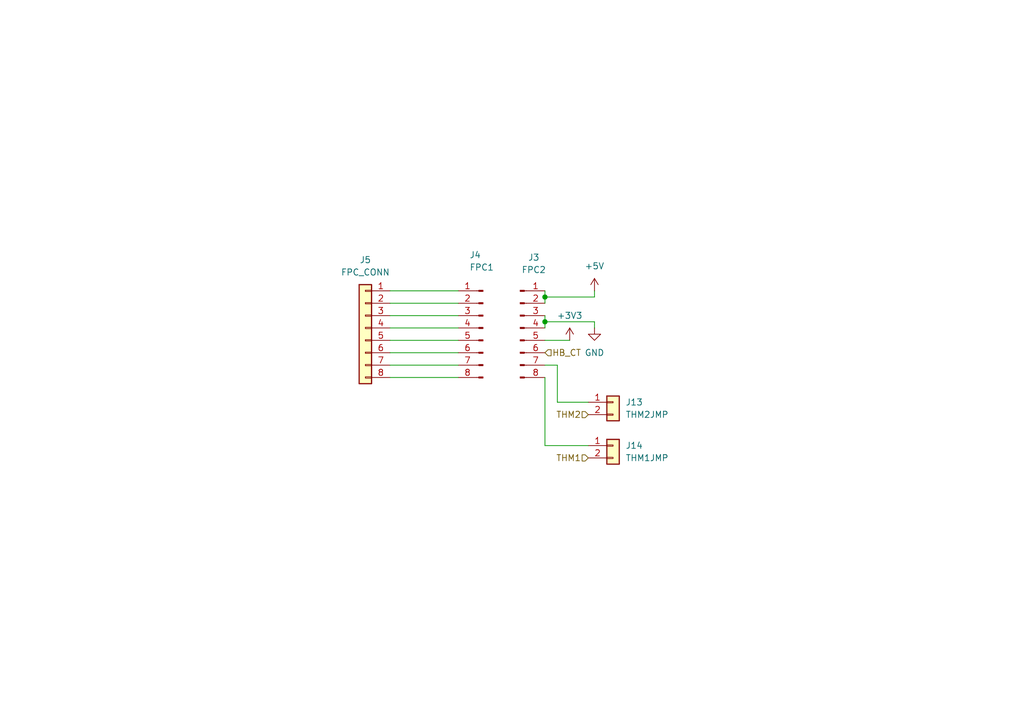
<source format=kicad_sch>
(kicad_sch (version 20250114) (generator "eeschema") (generator_version "9.0")
  (paper "A5")
  (lib_symbols
    (symbol "Connector:Conn_01x08_Pin" (pin_names (offset 1.016) (hide yes))
      (property "Reference" "J" (at 0 10.16 0))
      (property "Value" "Conn_01x08_Pin" (at 0 -12.7 0))
      (symbol "Conn_01x08_Pin_1_1"
        (rectangle (start 0.8636 7.747) (end 0 7.493) (stroke (width 0.1524)) (fill (type outline)))
        (rectangle (start 0.8636 5.207) (end 0 4.953) (stroke (width 0.1524)) (fill (type outline)))
        (rectangle (start 0.8636 2.667) (end 0 2.413) (stroke (width 0.1524)) (fill (type outline)))
        (rectangle (start 0.8636 0.127) (end 0 -0.127) (stroke (width 0.1524)) (fill (type outline)))
        (rectangle (start 0.8636 -2.413) (end 0 -2.667) (stroke (width 0.1524)) (fill (type outline)))
        (rectangle (start 0.8636 -4.953) (end 0 -5.207) (stroke (width 0.1524)) (fill (type outline)))
        (rectangle (start 0.8636 -7.493) (end 0 -7.747) (stroke (width 0.1524)) (fill (type outline)))
        (rectangle (start 0.8636 -10.033) (end 0 -10.287) (stroke (width 0.1524)) (fill (type outline)))
        (polyline (pts (xy 1.27 7.62) (xy 0.8636 7.62)) (stroke (width 0.1524)))
        (polyline (pts (xy 1.27 5.08) (xy 0.8636 5.08)) (stroke (width 0.1524)))
        (polyline (pts (xy 1.27 2.54) (xy 0.8636 2.54)) (stroke (width 0.1524)))
        (polyline (pts (xy 1.27 0) (xy 0.8636 0)) (stroke (width 0.1524)))
        (polyline (pts (xy 1.27 -2.54) (xy 0.8636 -2.54)) (stroke (width 0.1524)))
        (polyline (pts (xy 1.27 -5.08) (xy 0.8636 -5.08)) (stroke (width 0.1524)))
        (polyline (pts (xy 1.27 -7.62) (xy 0.8636 -7.62)) (stroke (width 0.1524)))
        (polyline (pts (xy 1.27 -10.16) (xy 0.8636 -10.16)) (stroke (width 0.1524)))
        (pin passive line (at 5.08 7.62 180) (length 3.81) (name "Pin_1") (number "1"))
        (pin passive line (at 5.08 5.08 180) (length 3.81) (name "Pin_2") (number "2"))
        (pin passive line (at 5.08 2.54 180) (length 3.81) (name "Pin_3") (number "3"))
        (pin passive line (at 5.08 0 180) (length 3.81) (name "Pin_4") (number "4"))
        (pin passive line (at 5.08 -2.54 180) (length 3.81) (name "Pin_5") (number "5"))
        (pin passive line (at 5.08 -5.08 180) (length 3.81) (name "Pin_6") (number "6"))
        (pin passive line (at 5.08 -7.62 180) (length 3.81) (name "Pin_7") (number "7"))
        (pin passive line (at 5.08 -10.16 180) (length 3.81) (name "Pin_8") (number "8"))
      )
    )
    (symbol "Connector_Generic:Conn_01x02" (pin_names (offset 1.016) (hide yes))
      (property "Reference" "J" (at 0 2.54 0))
      (property "Value" "Conn_01x02" (at 0 -5.08 0))
      (symbol "Conn_01x02_1_1"
        (rectangle (start -1.27 1.27) (end 1.27 -3.81) (stroke (width 0.254)) (fill (type background)))
        (rectangle (start -1.27 0.127) (end 0 -0.127) (stroke (width 0.1524)))
        (rectangle (start -1.27 -2.413) (end 0 -2.667) (stroke (width 0.1524)))
        (pin passive line (at -5.08 0 0) (length 3.81) (name "Pin_1") (number "1"))
        (pin passive line (at -5.08 -2.54 0) (length 3.81) (name "Pin_2") (number "2"))
      )
    )
    (symbol "Connector_Generic:Conn_01x08" (pin_names (offset 1.016) (hide yes))
      (property "Reference" "J" (at 0 10.16 0))
      (property "Value" "Conn_01x08" (at 0 -12.7 0))
      (symbol "Conn_01x08_1_1"
        (rectangle (start -1.27 8.89) (end 1.27 -11.43) (stroke (width 0.254)) (fill (type background)))
        (rectangle (start -1.27 7.747) (end 0 7.493) (stroke (width 0.1524)))
        (rectangle (start -1.27 5.207) (end 0 4.953) (stroke (width 0.1524)))
        (rectangle (start -1.27 2.667) (end 0 2.413) (stroke (width 0.1524)))
        (rectangle (start -1.27 0.127) (end 0 -0.127) (stroke (width 0.1524)))
        (rectangle (start -1.27 -2.413) (end 0 -2.667) (stroke (width 0.1524)))
        (rectangle (start -1.27 -4.953) (end 0 -5.207) (stroke (width 0.1524)))
        (rectangle (start -1.27 -7.493) (end 0 -7.747) (stroke (width 0.1524)))
        (rectangle (start -1.27 -10.033) (end 0 -10.287) (stroke (width 0.1524)))
        (pin passive line (at -5.08 7.62 0) (length 3.81) (name "Pin_1") (number "1"))
        (pin passive line (at -5.08 5.08 0) (length 3.81) (name "Pin_2") (number "2"))
        (pin passive line (at -5.08 2.54 0) (length 3.81) (name "Pin_3") (number "3"))
        (pin passive line (at -5.08 0 0) (length 3.81) (name "Pin_4") (number "4"))
        (pin passive line (at -5.08 -2.54 0) (length 3.81) (name "Pin_5") (number "5"))
        (pin passive line (at -5.08 -5.08 0) (length 3.81) (name "Pin_6") (number "6"))
        (pin passive line (at -5.08 -7.62 0) (length 3.81) (name "Pin_7") (number "7"))
        (pin passive line (at -5.08 -10.16 0) (length 3.81) (name "Pin_8") (number "8"))
      )
    )
    (symbol "power:+3V3" (power) (pin_numbers (hide yes)) (pin_names (offset 0) (hide yes))
      (property "Value" "+3V3" (at 0 3.556 0))
      (symbol "+3V3_0_1"
        (polyline (pts (xy -0.762 1.27) (xy 0 2.54)))
        (polyline (pts (xy 0 2.54) (xy 0.762 1.27)))
        (polyline (pts (xy 0 0) (xy 0 2.54)))
      )
      (symbol "+3V3_1_1"
        (pin power_in line (at 0 0 90) (length 0) (name "~") (number "1"))
      )
    )
    (symbol "power:+5V" (power) (pin_numbers (hide yes)) (pin_names (offset 0) (hide yes))
      (property "Value" "+5V" (at 0 3.556 0))
      (symbol "+5V_0_1"
        (polyline (pts (xy -0.762 1.27) (xy 0 2.54)))
        (polyline (pts (xy 0 2.54) (xy 0.762 1.27)))
        (polyline (pts (xy 0 0) (xy 0 2.54)))
      )
      (symbol "+5V_1_1"
        (pin power_in line (at 0 0 90) (length 0) (name "~") (number "1"))
      )
    )
    (symbol "power:GND" (power) (pin_numbers (hide yes)) (pin_names (offset 0) (hide yes))
      (property "Value" "GND" (at 0 -3.81 0))
      (symbol "GND_0_1"
        (polyline (pts (xy 0 0) (xy 0 -1.27) (xy 1.27 -1.27) (xy 0 -2.54) (xy -1.27 -1.27) (xy 0 -1.27)))
      )
      (symbol "GND_1_1"
        (pin power_in line (at 0 0 270) (length 0) (name "~") (number "1"))
      )
    )
  )
  (junction (at 111.76 66.04))
  (junction (at 111.76 60.96))
  (wire (pts (xy 111.76 66.04) (xy 121.92 66.04)))
  (wire (pts (xy 111.76 66.04) (xy 111.76 67.31)))
  (wire (pts (xy 114.3 82.55) (xy 120.65 82.55)))
  (wire (pts (xy 111.76 69.85) (xy 116.84 69.85)))
  (wire (pts (xy 80.01 77.47) (xy 93.98 77.47)))
  (wire (pts (xy 111.76 74.93) (xy 114.3 74.93)))
  (wire (pts (xy 111.76 60.96) (xy 121.92 60.96)))
  (wire (pts (xy 80.01 62.23) (xy 93.98 62.23)))
  (wire (pts (xy 111.76 59.69) (xy 111.76 60.96)))
  (wire (pts (xy 80.01 69.85) (xy 93.98 69.85)))
  (wire (pts (xy 80.01 64.77) (xy 93.98 64.77)))
  (wire (pts (xy 80.01 59.69) (xy 93.98 59.69)))
  (wire (pts (xy 80.01 72.39) (xy 93.98 72.39)))
  (wire (pts (xy 121.92 60.96) (xy 121.92 59.69)))
  (wire (pts (xy 111.76 60.96) (xy 111.76 62.23)))
  (wire (pts (xy 114.3 74.93) (xy 114.3 82.55)))
  (wire (pts (xy 111.76 91.44) (xy 120.65 91.44)))
  (wire (pts (xy 121.92 66.04) (xy 121.92 67.31)))
  (wire (pts (xy 80.01 67.31) (xy 93.98 67.31)))
  (wire (pts (xy 111.76 64.77) (xy 111.76 66.04)))
  (wire (pts (xy 111.76 77.47) (xy 111.76 91.44)))
  (wire (pts (xy 80.01 74.93) (xy 93.98 74.93)))
  (hierarchical_label "THM1" (shape input) (at 120.65 93.98 180))
  (hierarchical_label "THM2" (shape input) (at 120.65 85.09 180))
  (hierarchical_label "HB_CT" (shape input) (at 111.76 72.39 0))
  (symbol (lib_id "Connector:Conn_01x08_Pin") (at 106.68 67.31 0) (unit 1)
    (property "Reference" "J3" (at 109.474 52.832 0))
    (property "Value" "FPC2" (at 109.474 55.372 0))
    (property "Footprint" "Connector_PinHeader_2.54mm:PinHeader_1x08_P2.54mm_Vertical" (effects (hide yes)))
    (property "Description" "Generic connector, single row, 01x08, script generated" (effects (hide yes)))
  )
  (symbol (lib_id "Connector_Generic:Conn_01x02") (at 125.73 91.44 0) (unit 1)
    (property "Reference" "J14" (at 128.27 91.4399 0) (effects (justify left)))
    (property "Value" "THM1JMP" (at 128.27 93.9799 0) (effects (justify left)))
    (property "Footprint" "Connector_PinHeader_2.54mm:PinHeader_1x02_P2.54mm_Vertical" (effects (hide yes)))
    (property "Description" "Generic connector, single row, 01x02, script generated (kicad-library-utils/schlib/autogen/connector/)" (effects (hide yes)))
  )
  (symbol (lib_id "power:GND") (at 121.92 67.31 0) (unit 1)
    (property "Reference" "#PWR028" (effects (hide yes)))
    (property "Value" "GND" (at 121.92 72.39 0))
    (property "Description" "Power symbol creates a global label with name \"GND\" , ground" (effects (hide yes)))
  )
  (symbol (lib_id "power:+3V3") (at 116.84 69.85 0) (unit 1)
    (property "Reference" "#PWR029" (effects (hide yes)))
    (property "Value" "+3V3" (at 116.84 64.77 0))
    (property "Description" "Power symbol creates a global label with name \"+3V3\"" (effects (hide yes)))
  )
  (symbol (lib_id "Connector_Generic:Conn_01x02") (at 125.73 82.55 0) (unit 1)
    (property "Reference" "J13" (at 128.27 82.5499 0) (effects (justify left)))
    (property "Value" "THM2JMP" (at 128.27 85.0899 0) (effects (justify left)))
    (property "Footprint" "Connector_PinHeader_2.54mm:PinHeader_1x02_P2.54mm_Vertical" (effects (hide yes)))
    (property "Description" "Generic connector, single row, 01x02, script generated (kicad-library-utils/schlib/autogen/connector/)" (effects (hide yes)))
  )
  (symbol (lib_id "power:+5V") (at 121.92 59.69 0) (unit 1)
    (property "Reference" "#PWR026" (effects (hide yes)))
    (property "Value" "+5V" (at 121.92 54.61 0))
    (property "Description" "Power symbol creates a global label with name \"+5V\"" (effects (hide yes)))
  )
  (symbol (lib_id "Connector:Conn_01x08_Pin") (at 99.06 67.31 0) (mirror y) (unit 1)
    (property "Reference" "J4" (at 96.266 52.324 0) (effects (justify right)))
    (property "Value" "FPC1" (at 96.266 54.864 0) (effects (justify right)))
    (property "Footprint" "Connector_PinHeader_2.54mm:PinHeader_1x08_P2.54mm_Vertical" (effects (hide yes)))
    (property "Description" "Generic connector, single row, 01x08, script generated" (effects (hide yes)))
  )
  (symbol (lib_id "Connector_Generic:Conn_01x08") (at 74.93 67.31 0) (mirror y) (unit 1)
    (property "Reference" "J5" (at 74.93 53.34 0))
    (property "Value" "FPC_CONN" (at 74.93 55.88 0))
    (property "Description" "Generic connector, single row, 01x08, script generated (kicad-library-utils/schlib/autogen/connector/)" (effects (hide yes)))
  )
)
</source>
